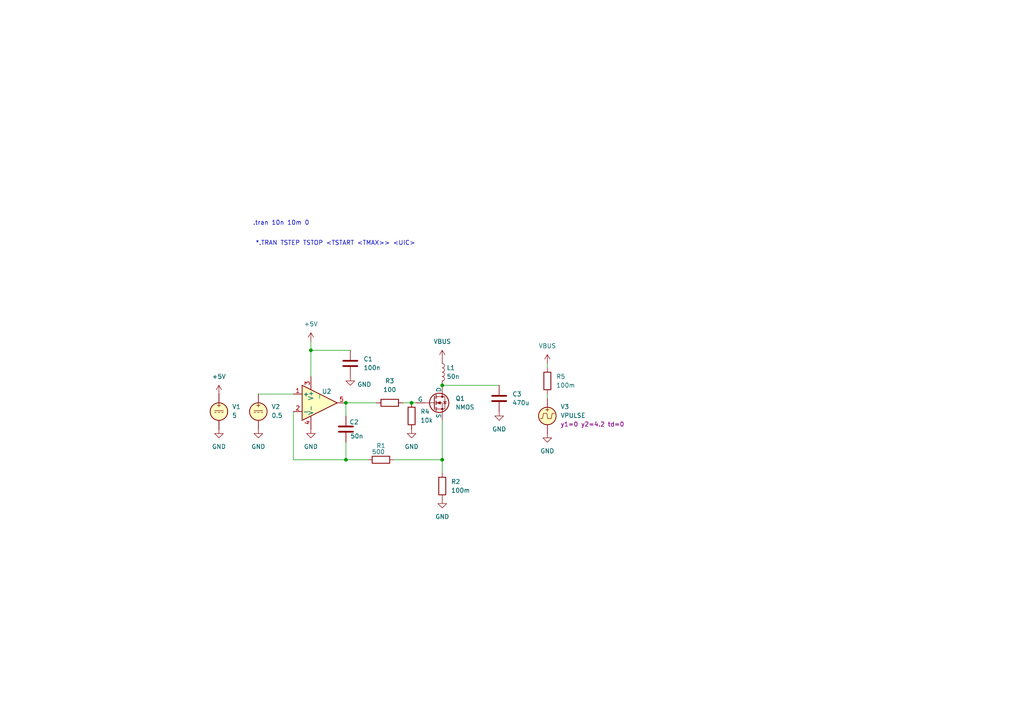
<source format=kicad_sch>
(kicad_sch (version 20250114) (generator "eeschema") (generator_version "9.0")
  (paper "A4")
  (lib_symbols
    (symbol "Device:C" (pin_numbers (hide yes)) (pin_names (offset 0.254))
      (property "Reference" "C" (at 0.635 2.54 0))
      (property "Value" "C" (at 0.635 -2.54 0))
      (symbol "C_0_1"
        (polyline (pts (xy -2.032 0.762) (xy 2.032 0.762)) (stroke (width 0.508)))
        (polyline (pts (xy -2.032 -0.762) (xy 2.032 -0.762)) (stroke (width 0.508)))
      )
      (symbol "C_1_1"
        (pin passive line (at 0 3.81 270) (length 2.794) (name "~") (number "1"))
        (pin passive line (at 0 -3.81 90) (length 2.794) (name "~") (number "2"))
      )
    )
    (symbol "Device:L" (pin_numbers (hide yes)) (pin_names (offset 1.016) (hide yes))
      (property "Reference" "L" (at -1.27 0 90))
      (property "Value" "L" (at 1.905 0 90))
      (symbol "L_0_1"
        (arc (start 0 2.54) (mid 0.6323 1.905) (end 0 1.27))
        (arc (start 0 1.27) (mid 0.6323 0.635) (end 0 0))
        (arc (start 0 0) (mid 0.6323 -0.635) (end 0 -1.27))
        (arc (start 0 -1.27) (mid 0.6323 -1.905) (end 0 -2.54))
      )
      (symbol "L_1_1"
        (pin passive line (at 0 3.81 270) (length 1.27) (name "1") (number "1"))
        (pin passive line (at 0 -3.81 90) (length 1.27) (name "2") (number "2"))
      )
    )
    (symbol "Device:R" (pin_numbers (hide yes)) (pin_names (offset 0))
      (property "Reference" "R" (at 2.032 0 90))
      (property "Value" "R" (at 0 0 90))
      (symbol "R_0_1"
        (rectangle (start -1.016 -2.54) (end 1.016 2.54) (stroke (width 0.254)))
      )
      (symbol "R_1_1"
        (pin passive line (at 0 3.81 270) (length 1.27) (name "~") (number "1"))
        (pin passive line (at 0 -3.81 90) (length 1.27) (name "~") (number "2"))
      )
    )
    (symbol "Simulation_SPICE:NMOS" (pin_numbers (hide yes)) (pin_names (offset 0))
      (property "Reference" "Q" (at 5.08 1.27 0))
      (property "Value" "NMOS" (at 5.08 -1.27 0))
      (symbol "NMOS_0_1"
        (polyline (pts (xy 0.254 1.905) (xy 0.254 -1.905)) (stroke (width 0.254)))
        (polyline (pts (xy 0.254 0) (xy -2.54 0)))
        (polyline (pts (xy 0.762 2.286) (xy 0.762 1.27)) (stroke (width 0.254)))
        (polyline (pts (xy 0.762 0.508) (xy 0.762 -0.508)) (stroke (width 0.254)))
        (polyline (pts (xy 0.762 -1.27) (xy 0.762 -2.286)) (stroke (width 0.254)))
        (polyline (pts (xy 0.762 -1.778) (xy 3.302 -1.778) (xy 3.302 1.778) (xy 0.762 1.778)))
        (polyline (pts (xy 1.016 0) (xy 2.032 0.381) (xy 2.032 -0.381) (xy 1.016 0)) (fill (type outline)))
        (circle (center 1.651 0) (radius 2.794) (stroke (width 0.254)))
        (polyline (pts (xy 2.54 2.54) (xy 2.54 1.778)))
        (circle (center 2.54 1.778) (radius 0.254) (fill (type outline)))
        (circle (center 2.54 -1.778) (radius 0.254) (fill (type outline)))
        (polyline (pts (xy 2.54 -2.54) (xy 2.54 0) (xy 0.762 0)))
        (polyline (pts (xy 2.794 0.508) (xy 2.921 0.381) (xy 3.683 0.381) (xy 3.81 0.254)))
        (polyline (pts (xy 3.302 0.381) (xy 2.921 -0.254) (xy 3.683 -0.254) (xy 3.302 0.381)))
      )
      (symbol "NMOS_1_1"
        (pin input line (at -5.08 0 0) (length 2.54) (name "G") (number "2"))
        (pin passive line (at 2.54 5.08 270) (length 2.54) (name "D") (number "1"))
        (pin passive line (at 2.54 -5.08 90) (length 2.54) (name "S") (number "3"))
      )
    )
    (symbol "Simulation_SPICE:OPAMP" (pin_names (offset 0.254))
      (property "Reference" "U" (at 3.81 3.175 0))
      (property "Value" "${SIM.PARAMS}" (at 3.81 -3.175 0))
      (symbol "OPAMP_0_1"
        (polyline (pts (xy 5.08 0) (xy -5.08 5.08) (xy -5.08 -5.08) (xy 5.08 0)) (stroke (width 0.254)) (fill (type background)))
      )
      (symbol "OPAMP_1_1"
        (pin input line (at -7.62 2.54 0) (length 2.54) (name "+") (number "1"))
        (pin input line (at -7.62 -2.54 0) (length 2.54) (name "-") (number "2"))
        (pin power_in line (at -2.54 7.62 270) (length 3.81) (name "V+") (number "3"))
        (pin power_in line (at -2.54 -7.62 90) (length 3.81) (name "V-") (number "4"))
        (pin output line (at 7.62 0 180) (length 2.54) (name "~") (number "5"))
      )
    )
    (symbol "Simulation_SPICE:VDC" (pin_numbers (hide yes)) (pin_names (offset 0.0254))
      (property "Reference" "V" (at 2.54 2.54 0))
      (property "Value" "1" (at 2.54 0 0))
      (symbol "VDC_0_0"
        (polyline (pts (xy -1.27 0.254) (xy 1.27 0.254)))
        (polyline (pts (xy -0.762 -0.254) (xy -1.27 -0.254)))
        (polyline (pts (xy 0.254 -0.254) (xy -0.254 -0.254)))
        (polyline (pts (xy 1.27 -0.254) (xy 0.762 -0.254)))
        (text "+" (at 0 1.905 0) (effects (font (size 1.27 1.27))))
      )
      (symbol "VDC_0_1"
        (circle (center 0 0) (radius 2.54) (stroke (width 0.254)) (fill (type background)))
      )
      (symbol "VDC_1_1"
        (pin passive line (at 0 5.08 270) (length 2.54) (name "~") (number "1"))
        (pin passive line (at 0 -5.08 90) (length 2.54) (name "~") (number "2"))
      )
    )
    (symbol "Simulation_SPICE:VPULSE" (pin_numbers (hide yes)) (pin_names (offset 0.0254))
      (property "Reference" "V" (at 2.54 2.54 0))
      (property "Value" "VPULSE" (at 2.54 0 0))
      (property "Sim.Params" "y1=0 y2=1 td=2n tr=2n tf=2n tw=50n per=100n" (at 2.54 -2.54 0))
      (symbol "VPULSE_0_0"
        (polyline (pts (xy -2.032 -0.762) (xy -1.397 -0.762) (xy -1.143 0.762) (xy -0.127 0.762) (xy 0.127 -0.762) (xy 1.143 -0.762) (xy 1.397 0.762) (xy 2.032 0.762)))
        (text "+" (at 0 1.905 0) (effects (font (size 1.27 1.27))))
      )
      (symbol "VPULSE_0_1"
        (circle (center 0 0) (radius 2.54) (stroke (width 0.254)) (fill (type background)))
      )
      (symbol "VPULSE_1_1"
        (pin passive line (at 0 5.08 270) (length 2.54) (name "~") (number "1"))
        (pin passive line (at 0 -5.08 90) (length 2.54) (name "~") (number "2"))
      )
    )
    (symbol "power:+5V" (power) (pin_numbers (hide yes)) (pin_names (offset 0) (hide yes))
      (property "Value" "+5V" (at 0 3.556 0))
      (symbol "+5V_0_1"
        (polyline (pts (xy -0.762 1.27) (xy 0 2.54)))
        (polyline (pts (xy 0 2.54) (xy 0.762 1.27)))
        (polyline (pts (xy 0 0) (xy 0 2.54)))
      )
      (symbol "+5V_1_1"
        (pin power_in line (at 0 0 90) (length 0) (name "~") (number "1"))
      )
    )
    (symbol "power:GND" (power) (pin_numbers (hide yes)) (pin_names (offset 0) (hide yes))
      (property "Value" "GND" (at 0 -3.81 0))
      (symbol "GND_0_1"
        (polyline (pts (xy 0 0) (xy 0 -1.27) (xy 1.27 -1.27) (xy 0 -2.54) (xy -1.27 -1.27) (xy 0 -1.27)))
      )
      (symbol "GND_1_1"
        (pin power_in line (at 0 0 270) (length 0) (name "~") (number "1"))
      )
    )
    (symbol "power:VBUS" (power) (pin_numbers (hide yes)) (pin_names (offset 0) (hide yes))
      (property "Value" "VBUS" (at 0 3.556 0))
      (symbol "VBUS_0_1"
        (polyline (pts (xy -0.762 1.27) (xy 0 2.54)))
        (polyline (pts (xy 0 2.54) (xy 0.762 1.27)))
        (polyline (pts (xy 0 0) (xy 0 2.54)))
      )
      (symbol "VBUS_1_1"
        (pin power_in line (at 0 0 90) (length 0) (name "~") (number "1"))
      )
    )
  )
  (text ".tran 10n 10m 0" (at 81.534 64.77 0) (effects (font (size 1.27 1.27))))
  (text "*.TRAN TSTEP TSTOP <TSTART <TMAX>> <UIC>" (at 97.282 70.612 0) (effects (font (size 1.27 1.27))))
  (junction (at 100.33 116.84))
  (junction (at 100.33 133.35))
  (junction (at 128.27 133.35))
  (junction (at 128.27 111.76))
  (junction (at 119.38 116.84))
  (junction (at 90.17 101.6))
  (wire (pts (xy 92.71 114.3) (xy 92.71 115.57)))
  (wire (pts (xy 90.17 101.6) (xy 90.17 109.22)))
  (wire (pts (xy 85.09 133.35) (xy 85.09 119.38)))
  (wire (pts (xy 128.27 133.35) (xy 128.27 137.16)))
  (wire (pts (xy 119.38 116.84) (xy 120.65 116.84)))
  (wire (pts (xy 90.17 101.6) (xy 101.6 101.6)))
  (wire (pts (xy 128.27 121.92) (xy 128.27 133.35)))
  (wire (pts (xy 100.33 116.84) (xy 109.22 116.84)))
  (wire (pts (xy 90.17 99.06) (xy 90.17 101.6)))
  (wire (pts (xy 100.33 116.84) (xy 100.33 120.65)))
  (wire (pts (xy 158.75 114.3) (xy 158.75 115.57)))
  (wire (pts (xy 116.84 116.84) (xy 119.38 116.84)))
  (wire (pts (xy 114.3 133.35) (xy 128.27 133.35)))
  (wire (pts (xy 158.75 105.41) (xy 158.75 106.68)))
  (wire (pts (xy 74.93 114.3) (xy 85.09 114.3)))
  (wire (pts (xy 100.33 133.35) (xy 106.68 133.35)))
  (wire (pts (xy 100.33 128.27) (xy 100.33 133.35)))
  (wire (pts (xy 85.09 133.35) (xy 100.33 133.35)))
  (wire (pts (xy 128.27 111.76) (xy 144.78 111.76)))
  (symbol (lib_id "Device:R") (at 158.75 110.49 0) (unit 1)
    (property "Reference" "R5" (at 161.29 109.2199 0) (effects (justify left)))
    (property "Value" "100m" (at 161.29 111.7599 0) (effects (justify left)))
    (property "Description" "Resistor" (effects (hide yes)))
  )
  (symbol (lib_id "power:GND") (at 90.17 124.46 0) (unit 1)
    (property "Reference" "#PWR05" (effects (hide yes)))
    (property "Value" "GND" (at 90.17 129.54 0))
    (property "Description" "Power symbol creates a global label with name \"GND\" , ground" (effects (hide yes)))
  )
  (symbol (lib_id "Simulation_SPICE:OPAMP") (at 92.71 116.84 0) (unit 1)
    (property "Reference" "U2" (at 94.742 113.538 0))
    (property "Value" "${SIM.PARAMS}" (at 100.33 113.5949 0))
    (property "Datasheet" "https://ngspice.sourceforge.io/docs/ngspice-html-manual/manual.xhtml#sec__SUBCKT_Subcircuits" (effects (hide yes)))
    (property "Description" "Operational amplifier, single" (effects (hide yes)))
    (property "Sim.Pins" "1=in+ 2=in- 3=vcc 4=vee 5=out" (effects (hide yes)))
    (property "Sim.Device" "SUBCKT" (effects (hide yes)))
    (property "Sim.Library" "${KICAD9_SYMBOL_DIR}/Simulation_SPICE.sp" (effects (hide yes)))
    (property "Sim.Name" "kicad_builtin_opamp" (effects (hide yes)))
  )
  (symbol (lib_id "Device:R") (at 113.03 116.84 90) (unit 1)
    (property "Reference" "R3" (at 113.03 110.49 90))
    (property "Value" "100" (at 113.03 113.03 90))
    (property "Description" "Resistor" (effects (hide yes)))
    (property "Sim.Device" "R" (effects (hide yes)))
    (property "Sim.Pins" "1=+ 2=-" (effects (hide yes)))
  )
  (symbol (lib_id "power:GND") (at 144.78 119.38 0) (unit 1)
    (property "Reference" "#PWR012" (effects (hide yes)))
    (property "Value" "GND" (at 144.78 124.46 0))
    (property "Description" "Power symbol creates a global label with name \"GND\" , ground" (effects (hide yes)))
  )
  (symbol (lib_id "power:GND") (at 119.38 124.46 0) (unit 1)
    (property "Reference" "#PWR02" (effects (hide yes)))
    (property "Value" "GND" (at 119.38 129.54 0))
    (property "Description" "Power symbol creates a global label with name \"GND\" , ground" (effects (hide yes)))
  )
  (symbol (lib_id "power:VBUS") (at 158.75 105.41 0) (unit 1)
    (property "Reference" "#PWR010" (effects (hide yes)))
    (property "Value" "VBUS" (at 158.75 100.33 0))
    (property "Description" "Power symbol creates a global label with name \"VBUS\"" (effects (hide yes)))
  )
  (symbol (lib_id "power:GND") (at 158.75 125.73 0) (unit 1)
    (property "Reference" "#PWR011" (effects (hide yes)))
    (property "Value" "GND" (at 158.75 130.81 0))
    (property "Description" "Power symbol creates a global label with name \"GND\" , ground" (effects (hide yes)))
  )
  (symbol (lib_id "power:GND") (at 74.93 124.46 0) (unit 1)
    (property "Reference" "#PWR04" (effects (hide yes)))
    (property "Value" "GND" (at 74.93 129.54 0))
    (property "Description" "Power symbol creates a global label with name \"GND\" , ground" (effects (hide yes)))
  )
  (symbol (lib_id "Device:C") (at 101.6 105.41 0) (unit 1)
    (property "Reference" "C1" (at 105.41 104.1399 0) (effects (justify left)))
    (property "Value" "100n" (at 105.41 106.6799 0) (effects (justify left)))
    (property "Description" "Unpolarized capacitor" (effects (hide yes)))
  )
  (symbol (lib_id "power:+5V") (at 90.17 99.06 0) (unit 1)
    (property "Reference" "#PWR06" (effects (hide yes)))
    (property "Value" "+5V" (at 90.17 93.98 0))
    (property "Description" "Power symbol creates a global label with name \"+5V\"" (effects (hide yes)))
  )
  (symbol (lib_id "power:VBUS") (at 128.27 104.14 0) (unit 1)
    (property "Reference" "#PWR07" (effects (hide yes)))
    (property "Value" "VBUS" (at 128.27 99.06 0))
    (property "Description" "Power symbol creates a global label with name \"VBUS\"" (effects (hide yes)))
  )
  (symbol (lib_id "power:GND") (at 128.27 144.78 0) (unit 1)
    (property "Reference" "#PWR03" (effects (hide yes)))
    (property "Value" "GND" (at 128.27 149.86 0))
    (property "Description" "Power symbol creates a global label with name \"GND\" , ground" (effects (hide yes)))
  )
  (symbol (lib_id "power:+5V") (at 63.5 114.3 0) (unit 1)
    (property "Reference" "#PWR08" (effects (hide yes)))
    (property "Value" "+5V" (at 63.5 109.22 0))
    (property "Description" "Power symbol creates a global label with name \"+5V\"" (effects (hide yes)))
  )
  (symbol (lib_id "Device:R") (at 128.27 140.97 0) (unit 1)
    (property "Reference" "R2" (at 130.81 139.6999 0) (effects (justify left)))
    (property "Value" "100m" (at 130.81 142.2399 0) (effects (justify left)))
    (property "Description" "Resistor" (effects (hide yes)))
  )
  (symbol (lib_id "Simulation_SPICE:VPULSE") (at 158.75 120.65 0) (unit 1)
    (property "Reference" "V3" (at 162.56 117.9801 0) (effects (justify left)))
    (property "Value" "VPULSE" (at 162.56 120.5201 0) (effects (justify left)))
    (property "Datasheet" "https://ngspice.sourceforge.io/docs/ngspice-html-manual/manual.xhtml#sec_Independent_Sources_for" (effects (hide yes)))
    (property "Description" "Voltage source, pulse" (effects (hide yes)))
    (property "Sim.Pins" "1=+ 2=-" (effects (hide yes)))
    (property "Sim.Type" "PULSE" (effects (hide yes)))
    (property "Sim.Device" "V" (effects (hide yes)))
    (property "Sim.Params" "y1=0 y2=4.2 td=0" (at 162.56 123.0601 0) (effects (justify left)))
  )
  (symbol (lib_id "power:GND") (at 63.5 124.46 0) (unit 1)
    (property "Reference" "#PWR09" (effects (hide yes)))
    (property "Value" "GND" (at 63.5 129.54 0))
    (property "Description" "Power symbol creates a global label with name \"GND\" , ground" (effects (hide yes)))
  )
  (symbol (lib_id "Simulation_SPICE:VDC") (at 63.5 119.38 0) (unit 1)
    (property "Reference" "V1" (at 67.31 117.9801 0) (effects (justify left)))
    (property "Value" "5" (at 67.31 120.5201 0) (effects (justify left)))
    (property "Datasheet" "https://ngspice.sourceforge.io/docs/ngspice-html-manual/manual.xhtml#sec_Independent_Sources_for" (effects (hide yes)))
    (property "Description" "Voltage source, DC" (effects (hide yes)))
    (property "Sim.Pins" "1=+ 2=-" (effects (hide yes)))
    (property "Sim.Type" "DC" (effects (hide yes)))
    (property "Sim.Device" "V" (effects (hide yes)))
  )
  (symbol (lib_id "Device:R") (at 110.49 133.35 90) (unit 1)
    (property "Reference" "R1" (at 110.49 129.286 90))
    (property "Value" "500" (at 109.728 131.064 90))
    (property "Description" "Resistor" (effects (hide yes)))
    (property "Sim.Device" "R" (effects (hide yes)))
    (property "Sim.Pins" "1=+ 2=-" (effects (hide yes)))
  )
  (symbol (lib_id "Device:L") (at 128.27 107.95 0) (unit 1)
    (property "Reference" "L1" (at 129.54 106.6799 0) (effects (justify left)))
    (property "Value" "50n" (at 129.54 109.2199 0) (effects (justify left)))
    (property "Description" "Inductor" (effects (hide yes)))
    (property "Sim.Device" "L" (effects (hide yes)))
    (property "Sim.Pins" "1=+ 2=-" (effects (hide yes)))
  )
  (symbol (lib_id "power:GND") (at 101.6 109.22 0) (unit 1)
    (property "Reference" "#PWR01" (effects (hide yes)))
    (property "Value" "GND" (at 105.664 111.506 0))
    (property "Description" "Power symbol creates a global label with name \"GND\" , ground" (effects (hide yes)))
  )
  (symbol (lib_id "Simulation_SPICE:VDC") (at 74.93 119.38 0) (unit 1)
    (property "Reference" "V2" (at 78.74 117.9801 0) (effects (justify left)))
    (property "Value" "0.5" (at 78.74 120.5201 0) (effects (justify left)))
    (property "Datasheet" "https://ngspice.sourceforge.io/docs/ngspice-html-manual/manual.xhtml#sec_Independent_Sources_for" (effects (hide yes)))
    (property "Description" "Voltage source, DC" (effects (hide yes)))
    (property "Sim.Pins" "1=+ 2=-" (effects (hide yes)))
    (property "Sim.Type" "DC" (effects (hide yes)))
    (property "Sim.Device" "V" (effects (hide yes)))
  )
  (symbol (lib_id "Device:C") (at 100.33 124.46 0) (unit 1)
    (property "Reference" "C2" (at 101.346 122.428 0) (effects (justify left)))
    (property "Value" "50n" (at 101.6 126.492 0) (effects (justify left)))
    (property "Description" "Unpolarized capacitor" (effects (hide yes)))
  )
  (symbol (lib_id "Device:C") (at 144.78 115.57 0) (unit 1)
    (property "Reference" "C3" (at 148.59 114.2999 0) (effects (justify left)))
    (property "Value" "470u" (at 148.59 116.8399 0) (effects (justify left)))
    (property "Description" "Unpolarized capacitor" (effects (hide yes)))
  )
  (symbol (lib_id "Device:R") (at 119.38 120.65 0) (unit 1)
    (property "Reference" "R4" (at 121.92 119.3799 0) (effects (justify left)))
    (property "Value" "10k" (at 121.92 121.9199 0) (effects (justify left)))
    (property "Description" "Resistor" (effects (hide yes)))
  )
  (symbol (lib_id "Simulation_SPICE:NMOS") (at 125.73 116.84 0) (unit 1)
    (property "Reference" "Q1" (at 132.08 115.5699 0) (effects (justify left)))
    (property "Value" "NMOS" (at 132.08 118.1099 0) (effects (justify left)))
    (property "Datasheet" "https://ngspice.sourceforge.io/docs/ngspice-html-manual/manual.xhtml#cha_MOSFETs" (effects (hide yes)))
    (property "Description" "N-MOSFET transistor, drain/source/gate" (effects (hide yes)))
    (property "Sim.Device" "NMOS" (effects (hide yes)))
    (property "Sim.Type" "VDMOS" (effects (hide yes)))
    (property "Sim.Pins" "1=D 2=G 3=S" (effects (hide yes)))
  )
)
</source>
